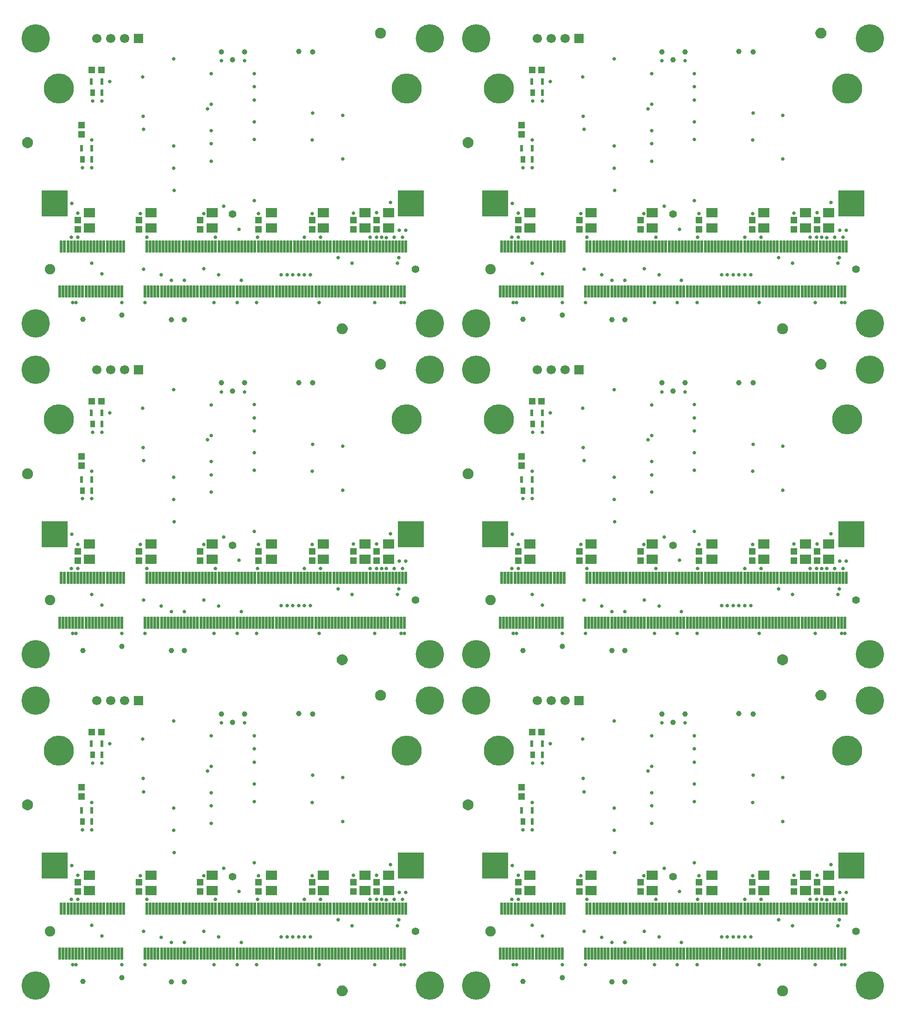
<source format=gts>
G04*
G04 #@! TF.GenerationSoftware,Altium Limited,Altium Designer,19.0.15 (446)*
G04*
G04 Layer_Color=8388736*
%FSLAX43Y43*%
%MOMM*%
G71*
G01*
G75*
%ADD15R,0.483X1.168*%
%ADD16R,0.889X1.168*%
%ADD20C,1.700*%
%ADD32R,0.550X2.200*%
%ADD33R,4.700X4.800*%
%ADD34C,1.000*%
%ADD35R,1.300X1.200*%
%ADD36R,1.200X1.300*%
%ADD37R,2.000X1.800*%
%ADD38C,5.500*%
%ADD39C,1.900*%
%ADD40C,1.400*%
%ADD41C,5.200*%
%ADD42R,1.700X1.700*%
%ADD43C,0.657*%
G36*
X157792Y178962D02*
X157974Y178886D01*
X158137Y178777D01*
X158277Y178637D01*
X158386Y178474D01*
X158462Y178292D01*
X158500Y178098D01*
X158500Y178000D01*
X158500Y177902D01*
X158462Y177708D01*
X158386Y177526D01*
X158277Y177363D01*
X158137Y177223D01*
X157974Y177114D01*
X157792Y177038D01*
X157598Y177000D01*
X157500Y177000D01*
X157401D01*
X157208Y177038D01*
X157026Y177114D01*
X156863Y177223D01*
X156723Y177363D01*
X156614Y177526D01*
X156538Y177708D01*
X156500Y177902D01*
X156500Y178000D01*
Y178000D01*
X156500Y178098D01*
X156538Y178292D01*
X156614Y178474D01*
X156723Y178637D01*
X156863Y178777D01*
X157026Y178886D01*
X157208Y178962D01*
X157402Y179000D01*
X157500Y179000D01*
X157598Y179000D01*
X157792Y178962D01*
D02*
G37*
G36*
X77292D02*
X77474Y178886D01*
X77637Y178777D01*
X77777Y178637D01*
X77886Y178474D01*
X77962Y178292D01*
X78000Y178098D01*
X78000Y178000D01*
X78000Y177902D01*
X77962Y177708D01*
X77886Y177526D01*
X77777Y177363D01*
X77637Y177223D01*
X77474Y177114D01*
X77292Y177038D01*
X77098Y177000D01*
X77000Y177000D01*
X76901D01*
X76708Y177038D01*
X76526Y177114D01*
X76363Y177223D01*
X76223Y177363D01*
X76114Y177526D01*
X76038Y177708D01*
X76000Y177902D01*
X76000Y178000D01*
Y178000D01*
X76000Y178098D01*
X76038Y178292D01*
X76114Y178474D01*
X76223Y178637D01*
X76363Y178777D01*
X76526Y178886D01*
X76708Y178962D01*
X76901Y179000D01*
X77000Y179000D01*
X77098Y179000D01*
X77292Y178962D01*
D02*
G37*
G36*
X93292Y158962D02*
X93474Y158886D01*
X93637Y158777D01*
X93777Y158637D01*
X93886Y158474D01*
X93962Y158292D01*
X94000Y158098D01*
X94000Y158000D01*
X94000Y157902D01*
X93962Y157708D01*
X93886Y157526D01*
X93777Y157363D01*
X93637Y157223D01*
X93474Y157114D01*
X93292Y157038D01*
X93098Y157000D01*
X93000Y157000D01*
X92901D01*
X92708Y157038D01*
X92526Y157114D01*
X92363Y157223D01*
X92223Y157363D01*
X92114Y157526D01*
X92038Y157708D01*
X92000Y157902D01*
X92000Y158000D01*
Y158000D01*
X92000Y158098D01*
X92038Y158292D01*
X92114Y158474D01*
X92223Y158637D01*
X92363Y158777D01*
X92526Y158886D01*
X92708Y158962D01*
X92901Y159000D01*
X93000Y159000D01*
X93098Y159000D01*
X93292Y158962D01*
D02*
G37*
G36*
X12792D02*
X12974Y158886D01*
X13137Y158777D01*
X13277Y158637D01*
X13386Y158474D01*
X13462Y158292D01*
X13500Y158098D01*
X13500Y158000D01*
X13500Y157902D01*
X13462Y157708D01*
X13386Y157526D01*
X13277Y157363D01*
X13137Y157223D01*
X12974Y157114D01*
X12792Y157038D01*
X12598Y157000D01*
X12500Y157000D01*
X12401D01*
X12208Y157038D01*
X12026Y157114D01*
X11863Y157223D01*
X11723Y157363D01*
X11614Y157526D01*
X11538Y157708D01*
X11500Y157902D01*
X11500Y158000D01*
Y158000D01*
X11500Y158098D01*
X11538Y158292D01*
X11614Y158474D01*
X11723Y158637D01*
X11863Y158777D01*
X12026Y158886D01*
X12208Y158962D01*
X12401Y159000D01*
X12500Y159000D01*
X12598Y159000D01*
X12792Y158962D01*
D02*
G37*
G36*
X150792Y124962D02*
X150974Y124886D01*
X151137Y124777D01*
X151277Y124637D01*
X151386Y124474D01*
X151462Y124292D01*
X151500Y124098D01*
X151500Y124000D01*
X151500Y123901D01*
X151462Y123708D01*
X151386Y123526D01*
X151277Y123363D01*
X151137Y123223D01*
X150974Y123114D01*
X150792Y123038D01*
X150598Y123000D01*
X150500Y123000D01*
X150401D01*
X150208Y123038D01*
X150026Y123114D01*
X149863Y123223D01*
X149723Y123363D01*
X149614Y123526D01*
X149538Y123708D01*
X149500Y123901D01*
X149500Y124000D01*
Y124000D01*
X149500Y124098D01*
X149538Y124292D01*
X149614Y124474D01*
X149723Y124637D01*
X149863Y124777D01*
X150026Y124886D01*
X150208Y124962D01*
X150402Y125000D01*
X150500Y125000D01*
X150598Y125000D01*
X150792Y124962D01*
D02*
G37*
G36*
X70292D02*
X70474Y124886D01*
X70637Y124777D01*
X70777Y124637D01*
X70886Y124474D01*
X70962Y124292D01*
X71000Y124098D01*
X71000Y124000D01*
X71000Y123901D01*
X70962Y123708D01*
X70886Y123526D01*
X70777Y123363D01*
X70637Y123223D01*
X70474Y123114D01*
X70292Y123038D01*
X70098Y123000D01*
X70000Y123000D01*
X69901D01*
X69708Y123038D01*
X69526Y123114D01*
X69363Y123223D01*
X69223Y123363D01*
X69114Y123526D01*
X69038Y123708D01*
X69000Y123901D01*
X69000Y124000D01*
Y124000D01*
X69000Y124098D01*
X69038Y124292D01*
X69114Y124474D01*
X69223Y124637D01*
X69363Y124777D01*
X69526Y124886D01*
X69708Y124962D01*
X69901Y125000D01*
X70000Y125000D01*
X70098Y125000D01*
X70292Y124962D01*
D02*
G37*
G36*
X157792Y118462D02*
X157974Y118386D01*
X158137Y118277D01*
X158277Y118137D01*
X158386Y117974D01*
X158462Y117792D01*
X158500Y117598D01*
X158500Y117500D01*
X158500Y117401D01*
X158462Y117208D01*
X158386Y117026D01*
X158277Y116863D01*
X158137Y116723D01*
X157974Y116614D01*
X157792Y116538D01*
X157598Y116500D01*
X157500Y116500D01*
X157401D01*
X157208Y116538D01*
X157026Y116614D01*
X156863Y116723D01*
X156723Y116863D01*
X156614Y117026D01*
X156538Y117208D01*
X156500Y117401D01*
X156500Y117500D01*
Y117500D01*
X156500Y117598D01*
X156538Y117792D01*
X156614Y117974D01*
X156723Y118137D01*
X156863Y118277D01*
X157026Y118386D01*
X157208Y118462D01*
X157402Y118500D01*
X157500Y118500D01*
X157598Y118500D01*
X157792Y118462D01*
D02*
G37*
G36*
X77292D02*
X77474Y118386D01*
X77637Y118277D01*
X77777Y118137D01*
X77886Y117974D01*
X77962Y117792D01*
X78000Y117598D01*
X78000Y117500D01*
X78000Y117401D01*
X77962Y117208D01*
X77886Y117026D01*
X77777Y116863D01*
X77637Y116723D01*
X77474Y116614D01*
X77292Y116538D01*
X77098Y116500D01*
X77000Y116500D01*
X76901D01*
X76708Y116538D01*
X76526Y116614D01*
X76363Y116723D01*
X76223Y116863D01*
X76114Y117026D01*
X76038Y117208D01*
X76000Y117401D01*
X76000Y117500D01*
Y117500D01*
X76000Y117598D01*
X76038Y117792D01*
X76114Y117974D01*
X76223Y118137D01*
X76363Y118277D01*
X76526Y118386D01*
X76708Y118462D01*
X76901Y118500D01*
X77000Y118500D01*
X77098Y118500D01*
X77292Y118462D01*
D02*
G37*
G36*
X93292Y98462D02*
X93474Y98386D01*
X93637Y98277D01*
X93777Y98137D01*
X93886Y97974D01*
X93962Y97792D01*
X94000Y97598D01*
X94000Y97500D01*
X94000Y97401D01*
X93962Y97208D01*
X93886Y97026D01*
X93777Y96863D01*
X93637Y96723D01*
X93474Y96614D01*
X93292Y96538D01*
X93098Y96500D01*
X93000Y96500D01*
X92901D01*
X92708Y96538D01*
X92526Y96614D01*
X92363Y96723D01*
X92223Y96863D01*
X92114Y97026D01*
X92038Y97208D01*
X92000Y97401D01*
X92000Y97500D01*
Y97500D01*
X92000Y97598D01*
X92038Y97792D01*
X92114Y97974D01*
X92223Y98137D01*
X92363Y98277D01*
X92526Y98386D01*
X92708Y98462D01*
X92901Y98500D01*
X93000Y98500D01*
X93098Y98500D01*
X93292Y98462D01*
D02*
G37*
G36*
X12792D02*
X12974Y98386D01*
X13137Y98277D01*
X13277Y98137D01*
X13386Y97974D01*
X13462Y97792D01*
X13500Y97598D01*
X13500Y97500D01*
X13500Y97401D01*
X13462Y97208D01*
X13386Y97026D01*
X13277Y96863D01*
X13137Y96723D01*
X12974Y96614D01*
X12792Y96538D01*
X12598Y96500D01*
X12500Y96500D01*
X12401D01*
X12208Y96538D01*
X12026Y96614D01*
X11863Y96723D01*
X11723Y96863D01*
X11614Y97026D01*
X11538Y97208D01*
X11500Y97401D01*
X11500Y97500D01*
Y97500D01*
X11500Y97598D01*
X11538Y97792D01*
X11614Y97974D01*
X11723Y98137D01*
X11863Y98277D01*
X12026Y98386D01*
X12208Y98462D01*
X12401Y98500D01*
X12500Y98500D01*
X12598Y98500D01*
X12792Y98462D01*
D02*
G37*
G36*
X150792Y64462D02*
X150974Y64386D01*
X151137Y64277D01*
X151277Y64137D01*
X151386Y63974D01*
X151462Y63792D01*
X151500Y63598D01*
X151500Y63500D01*
X151500Y63402D01*
X151462Y63208D01*
X151386Y63026D01*
X151277Y62862D01*
X151137Y62723D01*
X150974Y62614D01*
X150792Y62538D01*
X150598Y62500D01*
X150500Y62500D01*
X150401D01*
X150208Y62538D01*
X150026Y62614D01*
X149863Y62723D01*
X149723Y62863D01*
X149614Y63026D01*
X149538Y63208D01*
X149500Y63402D01*
X149500Y63500D01*
Y63500D01*
X149500Y63598D01*
X149538Y63792D01*
X149614Y63974D01*
X149723Y64137D01*
X149863Y64277D01*
X150026Y64386D01*
X150208Y64462D01*
X150402Y64500D01*
X150500Y64500D01*
X150598Y64500D01*
X150792Y64462D01*
D02*
G37*
G36*
X70292D02*
X70474Y64386D01*
X70637Y64277D01*
X70777Y64137D01*
X70886Y63974D01*
X70962Y63792D01*
X71000Y63598D01*
X71000Y63500D01*
X71000Y63402D01*
X70962Y63208D01*
X70886Y63026D01*
X70777Y62862D01*
X70637Y62723D01*
X70474Y62614D01*
X70292Y62538D01*
X70098Y62500D01*
X70000Y62500D01*
X69901D01*
X69708Y62538D01*
X69526Y62614D01*
X69363Y62723D01*
X69223Y62863D01*
X69114Y63026D01*
X69038Y63208D01*
X69000Y63402D01*
X69000Y63500D01*
Y63500D01*
X69000Y63598D01*
X69038Y63792D01*
X69114Y63974D01*
X69223Y64137D01*
X69363Y64277D01*
X69526Y64386D01*
X69708Y64462D01*
X69901Y64500D01*
X70000Y64500D01*
X70098Y64500D01*
X70292Y64462D01*
D02*
G37*
G36*
X157792Y57962D02*
X157974Y57886D01*
X158137Y57777D01*
X158277Y57637D01*
X158386Y57474D01*
X158462Y57292D01*
X158500Y57098D01*
X158500Y57000D01*
X158500Y56902D01*
X158462Y56708D01*
X158386Y56526D01*
X158277Y56362D01*
X158137Y56223D01*
X157974Y56114D01*
X157792Y56038D01*
X157598Y56000D01*
X157500Y56000D01*
X157401D01*
X157208Y56038D01*
X157026Y56114D01*
X156863Y56223D01*
X156723Y56363D01*
X156614Y56526D01*
X156538Y56708D01*
X156500Y56902D01*
X156500Y57000D01*
Y57000D01*
X156500Y57098D01*
X156538Y57292D01*
X156614Y57474D01*
X156723Y57637D01*
X156863Y57777D01*
X157026Y57886D01*
X157208Y57962D01*
X157402Y58000D01*
X157500Y58000D01*
X157598Y58000D01*
X157792Y57962D01*
D02*
G37*
G36*
X77292D02*
X77474Y57886D01*
X77637Y57777D01*
X77777Y57637D01*
X77886Y57474D01*
X77962Y57292D01*
X78000Y57098D01*
X78000Y57000D01*
X78000Y56902D01*
X77962Y56708D01*
X77886Y56526D01*
X77777Y56362D01*
X77637Y56223D01*
X77474Y56114D01*
X77292Y56038D01*
X77098Y56000D01*
X77000Y56000D01*
X76901D01*
X76708Y56038D01*
X76526Y56114D01*
X76363Y56223D01*
X76223Y56363D01*
X76114Y56526D01*
X76038Y56708D01*
X76000Y56902D01*
X76000Y57000D01*
Y57000D01*
X76000Y57098D01*
X76038Y57292D01*
X76114Y57474D01*
X76223Y57637D01*
X76363Y57777D01*
X76526Y57886D01*
X76708Y57962D01*
X76901Y58000D01*
X77000Y58000D01*
X77098Y58000D01*
X77292Y57962D01*
D02*
G37*
G36*
X93292Y37962D02*
X93474Y37886D01*
X93637Y37777D01*
X93777Y37637D01*
X93886Y37474D01*
X93962Y37292D01*
X94000Y37098D01*
X94000Y37000D01*
X94000Y36902D01*
X93962Y36708D01*
X93886Y36526D01*
X93777Y36362D01*
X93637Y36223D01*
X93474Y36114D01*
X93292Y36038D01*
X93098Y36000D01*
X93000Y36000D01*
X92901D01*
X92708Y36038D01*
X92526Y36114D01*
X92363Y36223D01*
X92223Y36363D01*
X92114Y36526D01*
X92038Y36708D01*
X92000Y36902D01*
X92000Y37000D01*
Y37000D01*
X92000Y37098D01*
X92038Y37292D01*
X92114Y37474D01*
X92223Y37637D01*
X92363Y37777D01*
X92526Y37886D01*
X92708Y37962D01*
X92901Y38000D01*
X93000Y38000D01*
X93098Y38000D01*
X93292Y37962D01*
D02*
G37*
G36*
X12792D02*
X12974Y37886D01*
X13137Y37777D01*
X13277Y37637D01*
X13386Y37474D01*
X13462Y37292D01*
X13500Y37098D01*
X13500Y37000D01*
X13500Y36902D01*
X13462Y36708D01*
X13386Y36526D01*
X13277Y36362D01*
X13137Y36223D01*
X12974Y36114D01*
X12792Y36038D01*
X12598Y36000D01*
X12500Y36000D01*
X12401D01*
X12208Y36038D01*
X12026Y36114D01*
X11863Y36223D01*
X11723Y36363D01*
X11614Y36526D01*
X11538Y36708D01*
X11500Y36902D01*
X11500Y37000D01*
Y37000D01*
X11500Y37098D01*
X11538Y37292D01*
X11614Y37474D01*
X11723Y37637D01*
X11863Y37777D01*
X12026Y37886D01*
X12208Y37962D01*
X12401Y38000D01*
X12500Y38000D01*
X12598Y38000D01*
X12792Y37962D01*
D02*
G37*
G36*
X150792Y3962D02*
X150974Y3886D01*
X151137Y3777D01*
X151277Y3637D01*
X151386Y3474D01*
X151462Y3292D01*
X151500Y3098D01*
X151500Y3000D01*
X151500Y2901D01*
X151462Y2708D01*
X151386Y2526D01*
X151277Y2362D01*
X151137Y2223D01*
X150974Y2114D01*
X150792Y2038D01*
X150598Y2000D01*
X150500Y2000D01*
X150401D01*
X150208Y2038D01*
X150026Y2114D01*
X149863Y2223D01*
X149723Y2363D01*
X149614Y2526D01*
X149538Y2708D01*
X149500Y2901D01*
X149500Y3000D01*
Y3000D01*
X149500Y3098D01*
X149538Y3292D01*
X149614Y3474D01*
X149723Y3637D01*
X149863Y3777D01*
X150026Y3886D01*
X150208Y3962D01*
X150402Y4000D01*
X150500Y4000D01*
X150598Y4000D01*
X150792Y3962D01*
D02*
G37*
G36*
X70292D02*
X70474Y3886D01*
X70637Y3777D01*
X70777Y3637D01*
X70886Y3474D01*
X70962Y3292D01*
X71000Y3098D01*
X71000Y3000D01*
X71000Y2901D01*
X70962Y2708D01*
X70886Y2526D01*
X70777Y2362D01*
X70637Y2223D01*
X70474Y2114D01*
X70292Y2038D01*
X70098Y2000D01*
X70000Y2000D01*
X69901D01*
X69708Y2038D01*
X69526Y2114D01*
X69363Y2223D01*
X69223Y2363D01*
X69114Y2526D01*
X69038Y2708D01*
X69000Y2901D01*
X69000Y3000D01*
Y3000D01*
X69000Y3098D01*
X69038Y3292D01*
X69114Y3474D01*
X69223Y3637D01*
X69363Y3777D01*
X69526Y3886D01*
X69708Y3962D01*
X69901Y4000D01*
X70000Y4000D01*
X70098Y4000D01*
X70292Y3962D01*
D02*
G37*
D15*
X24160Y48128D02*
D03*
X26060D02*
D03*
Y46096D02*
D03*
X22324Y35953D02*
D03*
X24224D02*
D03*
Y33921D02*
D03*
X104660Y48128D02*
D03*
X106560D02*
D03*
Y46096D02*
D03*
X102824Y35953D02*
D03*
X104724D02*
D03*
Y33921D02*
D03*
X24160Y108628D02*
D03*
X26060D02*
D03*
Y106596D02*
D03*
X22324Y96453D02*
D03*
X24224D02*
D03*
Y94421D02*
D03*
X104660Y108628D02*
D03*
X106560D02*
D03*
Y106596D02*
D03*
X102824Y96453D02*
D03*
X104724D02*
D03*
Y94421D02*
D03*
X24160Y169128D02*
D03*
X26060D02*
D03*
Y167096D02*
D03*
X22324Y156953D02*
D03*
X24224D02*
D03*
Y154921D02*
D03*
X104660Y169128D02*
D03*
X106560D02*
D03*
Y167096D02*
D03*
X102824Y156953D02*
D03*
X104724D02*
D03*
Y154921D02*
D03*
D16*
X24363Y46096D02*
D03*
X22527Y33921D02*
D03*
X104863Y46096D02*
D03*
X103027Y33921D02*
D03*
X24363Y106596D02*
D03*
X22527Y94421D02*
D03*
X104863Y106596D02*
D03*
X103027Y94421D02*
D03*
X24363Y167096D02*
D03*
X22527Y154921D02*
D03*
X104863Y167096D02*
D03*
X103027Y154921D02*
D03*
D20*
X30272Y56000D02*
D03*
X27732D02*
D03*
X25192D02*
D03*
X110772D02*
D03*
X108232D02*
D03*
X105692D02*
D03*
X30272Y116500D02*
D03*
X27732D02*
D03*
X25192D02*
D03*
X110772D02*
D03*
X108232D02*
D03*
X105692D02*
D03*
X30272Y177000D02*
D03*
X27732D02*
D03*
X25192D02*
D03*
X110772D02*
D03*
X108232D02*
D03*
X105692D02*
D03*
D32*
X18364Y9805D02*
D03*
X18664Y18005D02*
D03*
X18964Y9805D02*
D03*
X19264Y18005D02*
D03*
X19564Y9805D02*
D03*
X19864Y18005D02*
D03*
X20164Y9805D02*
D03*
X20464Y18005D02*
D03*
X20764Y9805D02*
D03*
X21064Y18005D02*
D03*
X21364Y9805D02*
D03*
X21664Y18005D02*
D03*
X21964Y9805D02*
D03*
X22264Y18005D02*
D03*
X22564Y9805D02*
D03*
X22864Y18005D02*
D03*
X23164Y9805D02*
D03*
X23464Y18005D02*
D03*
X23764Y9805D02*
D03*
X24064Y18005D02*
D03*
X24364Y9805D02*
D03*
X24664Y18005D02*
D03*
X24964Y9805D02*
D03*
X25264Y18005D02*
D03*
X25564Y9805D02*
D03*
X25864Y18005D02*
D03*
X26164Y9805D02*
D03*
X26464Y18005D02*
D03*
X26764Y9805D02*
D03*
X27064Y18005D02*
D03*
X27364Y9805D02*
D03*
X27664Y18005D02*
D03*
X27964Y9805D02*
D03*
X28264Y18005D02*
D03*
X28564Y9805D02*
D03*
X28864Y18005D02*
D03*
X29164Y9805D02*
D03*
X29464Y18005D02*
D03*
X29764Y9805D02*
D03*
X30064Y18005D02*
D03*
X33964Y9805D02*
D03*
X34264Y18005D02*
D03*
X34564Y9805D02*
D03*
X34864Y18005D02*
D03*
X35164Y9805D02*
D03*
X35464Y18005D02*
D03*
X35764Y9805D02*
D03*
X36064Y18005D02*
D03*
X36364Y9805D02*
D03*
X36664Y18005D02*
D03*
X36964Y9805D02*
D03*
X37264Y18005D02*
D03*
X37564Y9805D02*
D03*
X37864Y18005D02*
D03*
X38164Y9805D02*
D03*
X38464Y18005D02*
D03*
X38764Y9805D02*
D03*
X39064Y18005D02*
D03*
X39364Y9805D02*
D03*
X39664Y18005D02*
D03*
X39964Y9805D02*
D03*
X40264Y18005D02*
D03*
X40564Y9805D02*
D03*
X40864Y18005D02*
D03*
X41164Y9805D02*
D03*
X41464Y18005D02*
D03*
X41764Y9805D02*
D03*
X42064Y18005D02*
D03*
X42364Y9805D02*
D03*
X42664Y18005D02*
D03*
X42964Y9805D02*
D03*
X43264Y18005D02*
D03*
X43564Y9805D02*
D03*
X43864Y18005D02*
D03*
X44164Y9805D02*
D03*
X44464Y18005D02*
D03*
X44764Y9805D02*
D03*
X45064Y18005D02*
D03*
X45364Y9805D02*
D03*
X45664Y18005D02*
D03*
X45964Y9805D02*
D03*
X46264Y18005D02*
D03*
X46564Y9805D02*
D03*
X46864Y18005D02*
D03*
X47164Y9805D02*
D03*
X47464Y18005D02*
D03*
X47764Y9805D02*
D03*
X48064Y18005D02*
D03*
X48364Y9805D02*
D03*
X48664Y18005D02*
D03*
X48964Y9805D02*
D03*
X49264Y18005D02*
D03*
X49564Y9805D02*
D03*
X49864Y18005D02*
D03*
X50164Y9805D02*
D03*
X50464Y18005D02*
D03*
X50764Y9805D02*
D03*
X51064Y18005D02*
D03*
X51364Y9805D02*
D03*
X51664Y18005D02*
D03*
X51964Y9805D02*
D03*
X52264Y18005D02*
D03*
X52564Y9805D02*
D03*
X52864Y18005D02*
D03*
X53164Y9805D02*
D03*
X53464Y18005D02*
D03*
X53764Y9805D02*
D03*
X54064Y18005D02*
D03*
X54364Y9805D02*
D03*
X54664Y18005D02*
D03*
X54964Y9805D02*
D03*
X55264Y18005D02*
D03*
X55564Y9805D02*
D03*
X55864Y18005D02*
D03*
X56164Y9805D02*
D03*
X56464Y18005D02*
D03*
X56764Y9805D02*
D03*
X57064Y18005D02*
D03*
X57364Y9805D02*
D03*
X57664Y18005D02*
D03*
X57964Y9805D02*
D03*
X58264Y18005D02*
D03*
X58564Y9805D02*
D03*
X58864Y18005D02*
D03*
X59164Y9805D02*
D03*
X59464Y18005D02*
D03*
X59764Y9805D02*
D03*
X60064Y18005D02*
D03*
X60364Y9805D02*
D03*
X60664Y18005D02*
D03*
X60964Y9805D02*
D03*
X61264Y18005D02*
D03*
X61564Y9805D02*
D03*
X61864Y18005D02*
D03*
X62164Y9805D02*
D03*
X62464Y18005D02*
D03*
X62764Y9805D02*
D03*
X63064Y18005D02*
D03*
X63364Y9805D02*
D03*
X63664Y18005D02*
D03*
X63964Y9805D02*
D03*
X64264Y18005D02*
D03*
X64564Y9805D02*
D03*
X64864Y18005D02*
D03*
X65164Y9805D02*
D03*
X65464Y18005D02*
D03*
X65764Y9805D02*
D03*
X66064Y18005D02*
D03*
X66364Y9805D02*
D03*
X66664Y18005D02*
D03*
X66964Y9805D02*
D03*
X67264Y18005D02*
D03*
X67564Y9805D02*
D03*
X67864Y18005D02*
D03*
X68164Y9805D02*
D03*
X68464Y18005D02*
D03*
X68764Y9805D02*
D03*
X69064Y18005D02*
D03*
X69364Y9805D02*
D03*
X69664Y18005D02*
D03*
X69964Y9805D02*
D03*
X70264Y18005D02*
D03*
X70564Y9805D02*
D03*
X70864Y18005D02*
D03*
X71164Y9805D02*
D03*
X71464Y18005D02*
D03*
X71764Y9805D02*
D03*
X72064Y18005D02*
D03*
X72364Y9805D02*
D03*
X72664Y18005D02*
D03*
X72964Y9805D02*
D03*
X73264Y18005D02*
D03*
X73564Y9805D02*
D03*
X73864Y18005D02*
D03*
X74164Y9805D02*
D03*
X74464Y18005D02*
D03*
X74764Y9805D02*
D03*
X75064Y18005D02*
D03*
X75364Y9805D02*
D03*
X75664Y18005D02*
D03*
X75964Y9805D02*
D03*
X76264Y18005D02*
D03*
X76564Y9805D02*
D03*
X76864Y18005D02*
D03*
X77164Y9805D02*
D03*
X77464Y18005D02*
D03*
X77764Y9805D02*
D03*
X78064Y18005D02*
D03*
X78364Y9805D02*
D03*
X78664Y18005D02*
D03*
X78964Y9805D02*
D03*
X79264Y18005D02*
D03*
X79564Y9805D02*
D03*
X79864Y18005D02*
D03*
X80164Y9805D02*
D03*
X80464Y18005D02*
D03*
X80764Y9805D02*
D03*
X81064Y18005D02*
D03*
X81364Y9805D02*
D03*
X81664Y18005D02*
D03*
X98864Y9805D02*
D03*
X99164Y18005D02*
D03*
X99464Y9805D02*
D03*
X99764Y18005D02*
D03*
X100064Y9805D02*
D03*
X100364Y18005D02*
D03*
X100664Y9805D02*
D03*
X100964Y18005D02*
D03*
X101264Y9805D02*
D03*
X101564Y18005D02*
D03*
X101864Y9805D02*
D03*
X102164Y18005D02*
D03*
X102464Y9805D02*
D03*
X102764Y18005D02*
D03*
X103064Y9805D02*
D03*
X103364Y18005D02*
D03*
X103664Y9805D02*
D03*
X103964Y18005D02*
D03*
X104264Y9805D02*
D03*
X104564Y18005D02*
D03*
X104864Y9805D02*
D03*
X105164Y18005D02*
D03*
X105464Y9805D02*
D03*
X105764Y18005D02*
D03*
X106064Y9805D02*
D03*
X106364Y18005D02*
D03*
X106664Y9805D02*
D03*
X106964Y18005D02*
D03*
X107264Y9805D02*
D03*
X107564Y18005D02*
D03*
X107864Y9805D02*
D03*
X108164Y18005D02*
D03*
X108464Y9805D02*
D03*
X108764Y18005D02*
D03*
X109064Y9805D02*
D03*
X109364Y18005D02*
D03*
X109664Y9805D02*
D03*
X109964Y18005D02*
D03*
X110264Y9805D02*
D03*
X110564Y18005D02*
D03*
X114464Y9805D02*
D03*
X114764Y18005D02*
D03*
X115064Y9805D02*
D03*
X115364Y18005D02*
D03*
X115664Y9805D02*
D03*
X115964Y18005D02*
D03*
X116264Y9805D02*
D03*
X116564Y18005D02*
D03*
X116864Y9805D02*
D03*
X117164Y18005D02*
D03*
X117464Y9805D02*
D03*
X117764Y18005D02*
D03*
X118064Y9805D02*
D03*
X118364Y18005D02*
D03*
X118664Y9805D02*
D03*
X118964Y18005D02*
D03*
X119264Y9805D02*
D03*
X119564Y18005D02*
D03*
X119864Y9805D02*
D03*
X120164Y18005D02*
D03*
X120464Y9805D02*
D03*
X120764Y18005D02*
D03*
X121064Y9805D02*
D03*
X121364Y18005D02*
D03*
X121664Y9805D02*
D03*
X121964Y18005D02*
D03*
X122264Y9805D02*
D03*
X122564Y18005D02*
D03*
X122864Y9805D02*
D03*
X123164Y18005D02*
D03*
X123464Y9805D02*
D03*
X123764Y18005D02*
D03*
X124064Y9805D02*
D03*
X124364Y18005D02*
D03*
X124664Y9805D02*
D03*
X124964Y18005D02*
D03*
X125264Y9805D02*
D03*
X125564Y18005D02*
D03*
X125864Y9805D02*
D03*
X126164Y18005D02*
D03*
X126464Y9805D02*
D03*
X126764Y18005D02*
D03*
X127064Y9805D02*
D03*
X127364Y18005D02*
D03*
X127664Y9805D02*
D03*
X127964Y18005D02*
D03*
X128264Y9805D02*
D03*
X128564Y18005D02*
D03*
X128864Y9805D02*
D03*
X129164Y18005D02*
D03*
X129464Y9805D02*
D03*
X129764Y18005D02*
D03*
X130064Y9805D02*
D03*
X130364Y18005D02*
D03*
X130664Y9805D02*
D03*
X130964Y18005D02*
D03*
X131264Y9805D02*
D03*
X131564Y18005D02*
D03*
X131864Y9805D02*
D03*
X132164Y18005D02*
D03*
X132464Y9805D02*
D03*
X132764Y18005D02*
D03*
X133064Y9805D02*
D03*
X133364Y18005D02*
D03*
X133664Y9805D02*
D03*
X133964Y18005D02*
D03*
X134264Y9805D02*
D03*
X134564Y18005D02*
D03*
X134864Y9805D02*
D03*
X135164Y18005D02*
D03*
X135464Y9805D02*
D03*
X135764Y18005D02*
D03*
X136064Y9805D02*
D03*
X136364Y18005D02*
D03*
X136664Y9805D02*
D03*
X136964Y18005D02*
D03*
X137264Y9805D02*
D03*
X137564Y18005D02*
D03*
X137864Y9805D02*
D03*
X138164Y18005D02*
D03*
X138464Y9805D02*
D03*
X138764Y18005D02*
D03*
X139064Y9805D02*
D03*
X139364Y18005D02*
D03*
X139664Y9805D02*
D03*
X139964Y18005D02*
D03*
X140264Y9805D02*
D03*
X140564Y18005D02*
D03*
X140864Y9805D02*
D03*
X141164Y18005D02*
D03*
X141464Y9805D02*
D03*
X141764Y18005D02*
D03*
X142064Y9805D02*
D03*
X142364Y18005D02*
D03*
X142664Y9805D02*
D03*
X142964Y18005D02*
D03*
X143264Y9805D02*
D03*
X143564Y18005D02*
D03*
X143864Y9805D02*
D03*
X144164Y18005D02*
D03*
X144464Y9805D02*
D03*
X144764Y18005D02*
D03*
X145064Y9805D02*
D03*
X145364Y18005D02*
D03*
X145664Y9805D02*
D03*
X145964Y18005D02*
D03*
X146264Y9805D02*
D03*
X146564Y18005D02*
D03*
X146864Y9805D02*
D03*
X147164Y18005D02*
D03*
X147464Y9805D02*
D03*
X147764Y18005D02*
D03*
X148064Y9805D02*
D03*
X148364Y18005D02*
D03*
X148664Y9805D02*
D03*
X148964Y18005D02*
D03*
X149264Y9805D02*
D03*
X149564Y18005D02*
D03*
X149864Y9805D02*
D03*
X150164Y18005D02*
D03*
X150464Y9805D02*
D03*
X150764Y18005D02*
D03*
X151064Y9805D02*
D03*
X151364Y18005D02*
D03*
X151664Y9805D02*
D03*
X151964Y18005D02*
D03*
X152264Y9805D02*
D03*
X152564Y18005D02*
D03*
X152864Y9805D02*
D03*
X153164Y18005D02*
D03*
X153464Y9805D02*
D03*
X153764Y18005D02*
D03*
X154064Y9805D02*
D03*
X154364Y18005D02*
D03*
X154664Y9805D02*
D03*
X154964Y18005D02*
D03*
X155264Y9805D02*
D03*
X155564Y18005D02*
D03*
X155864Y9805D02*
D03*
X156164Y18005D02*
D03*
X156464Y9805D02*
D03*
X156764Y18005D02*
D03*
X157064Y9805D02*
D03*
X157364Y18005D02*
D03*
X157664Y9805D02*
D03*
X157964Y18005D02*
D03*
X158264Y9805D02*
D03*
X158564Y18005D02*
D03*
X158864Y9805D02*
D03*
X159164Y18005D02*
D03*
X159464Y9805D02*
D03*
X159764Y18005D02*
D03*
X160064Y9805D02*
D03*
X160364Y18005D02*
D03*
X160664Y9805D02*
D03*
X160964Y18005D02*
D03*
X161264Y9805D02*
D03*
X161564Y18005D02*
D03*
X161864Y9805D02*
D03*
X162164Y18005D02*
D03*
X18364Y70305D02*
D03*
X18664Y78505D02*
D03*
X18964Y70305D02*
D03*
X19264Y78505D02*
D03*
X19564Y70305D02*
D03*
X19864Y78505D02*
D03*
X20164Y70305D02*
D03*
X20464Y78505D02*
D03*
X20764Y70305D02*
D03*
X21064Y78505D02*
D03*
X21364Y70305D02*
D03*
X21664Y78505D02*
D03*
X21964Y70305D02*
D03*
X22264Y78505D02*
D03*
X22564Y70305D02*
D03*
X22864Y78505D02*
D03*
X23164Y70305D02*
D03*
X23464Y78505D02*
D03*
X23764Y70305D02*
D03*
X24064Y78505D02*
D03*
X24364Y70305D02*
D03*
X24664Y78505D02*
D03*
X24964Y70305D02*
D03*
X25264Y78505D02*
D03*
X25564Y70305D02*
D03*
X25864Y78505D02*
D03*
X26164Y70305D02*
D03*
X26464Y78505D02*
D03*
X26764Y70305D02*
D03*
X27064Y78505D02*
D03*
X27364Y70305D02*
D03*
X27664Y78505D02*
D03*
X27964Y70305D02*
D03*
X28264Y78505D02*
D03*
X28564Y70305D02*
D03*
X28864Y78505D02*
D03*
X29164Y70305D02*
D03*
X29464Y78505D02*
D03*
X29764Y70305D02*
D03*
X30064Y78505D02*
D03*
X33964Y70305D02*
D03*
X34264Y78505D02*
D03*
X34564Y70305D02*
D03*
X34864Y78505D02*
D03*
X35164Y70305D02*
D03*
X35464Y78505D02*
D03*
X35764Y70305D02*
D03*
X36064Y78505D02*
D03*
X36364Y70305D02*
D03*
X36664Y78505D02*
D03*
X36964Y70305D02*
D03*
X37264Y78505D02*
D03*
X37564Y70305D02*
D03*
X37864Y78505D02*
D03*
X38164Y70305D02*
D03*
X38464Y78505D02*
D03*
X38764Y70305D02*
D03*
X39064Y78505D02*
D03*
X39364Y70305D02*
D03*
X39664Y78505D02*
D03*
X39964Y70305D02*
D03*
X40264Y78505D02*
D03*
X40564Y70305D02*
D03*
X40864Y78505D02*
D03*
X41164Y70305D02*
D03*
X41464Y78505D02*
D03*
X41764Y70305D02*
D03*
X42064Y78505D02*
D03*
X42364Y70305D02*
D03*
X42664Y78505D02*
D03*
X42964Y70305D02*
D03*
X43264Y78505D02*
D03*
X43564Y70305D02*
D03*
X43864Y78505D02*
D03*
X44164Y70305D02*
D03*
X44464Y78505D02*
D03*
X44764Y70305D02*
D03*
X45064Y78505D02*
D03*
X45364Y70305D02*
D03*
X45664Y78505D02*
D03*
X45964Y70305D02*
D03*
X46264Y78505D02*
D03*
X46564Y70305D02*
D03*
X46864Y78505D02*
D03*
X47164Y70305D02*
D03*
X47464Y78505D02*
D03*
X47764Y70305D02*
D03*
X48064Y78505D02*
D03*
X48364Y70305D02*
D03*
X48664Y78505D02*
D03*
X48964Y70305D02*
D03*
X49264Y78505D02*
D03*
X49564Y70305D02*
D03*
X49864Y78505D02*
D03*
X50164Y70305D02*
D03*
X50464Y78505D02*
D03*
X50764Y70305D02*
D03*
X51064Y78505D02*
D03*
X51364Y70305D02*
D03*
X51664Y78505D02*
D03*
X51964Y70305D02*
D03*
X52264Y78505D02*
D03*
X52564Y70305D02*
D03*
X52864Y78505D02*
D03*
X53164Y70305D02*
D03*
X53464Y78505D02*
D03*
X53764Y70305D02*
D03*
X54064Y78505D02*
D03*
X54364Y70305D02*
D03*
X54664Y78505D02*
D03*
X54964Y70305D02*
D03*
X55264Y78505D02*
D03*
X55564Y70305D02*
D03*
X55864Y78505D02*
D03*
X56164Y70305D02*
D03*
X56464Y78505D02*
D03*
X56764Y70305D02*
D03*
X57064Y78505D02*
D03*
X57364Y70305D02*
D03*
X57664Y78505D02*
D03*
X57964Y70305D02*
D03*
X58264Y78505D02*
D03*
X58564Y70305D02*
D03*
X58864Y78505D02*
D03*
X59164Y70305D02*
D03*
X59464Y78505D02*
D03*
X59764Y70305D02*
D03*
X60064Y78505D02*
D03*
X60364Y70305D02*
D03*
X60664Y78505D02*
D03*
X60964Y70305D02*
D03*
X61264Y78505D02*
D03*
X61564Y70305D02*
D03*
X61864Y78505D02*
D03*
X62164Y70305D02*
D03*
X62464Y78505D02*
D03*
X62764Y70305D02*
D03*
X63064Y78505D02*
D03*
X63364Y70305D02*
D03*
X63664Y78505D02*
D03*
X63964Y70305D02*
D03*
X64264Y78505D02*
D03*
X64564Y70305D02*
D03*
X64864Y78505D02*
D03*
X65164Y70305D02*
D03*
X65464Y78505D02*
D03*
X65764Y70305D02*
D03*
X66064Y78505D02*
D03*
X66364Y70305D02*
D03*
X66664Y78505D02*
D03*
X66964Y70305D02*
D03*
X67264Y78505D02*
D03*
X67564Y70305D02*
D03*
X67864Y78505D02*
D03*
X68164Y70305D02*
D03*
X68464Y78505D02*
D03*
X68764Y70305D02*
D03*
X69064Y78505D02*
D03*
X69364Y70305D02*
D03*
X69664Y78505D02*
D03*
X69964Y70305D02*
D03*
X70264Y78505D02*
D03*
X70564Y70305D02*
D03*
X70864Y78505D02*
D03*
X71164Y70305D02*
D03*
X71464Y78505D02*
D03*
X71764Y70305D02*
D03*
X72064Y78505D02*
D03*
X72364Y70305D02*
D03*
X72664Y78505D02*
D03*
X72964Y70305D02*
D03*
X73264Y78505D02*
D03*
X73564Y70305D02*
D03*
X73864Y78505D02*
D03*
X74164Y70305D02*
D03*
X74464Y78505D02*
D03*
X74764Y70305D02*
D03*
X75064Y78505D02*
D03*
X75364Y70305D02*
D03*
X75664Y78505D02*
D03*
X75964Y70305D02*
D03*
X76264Y78505D02*
D03*
X76564Y70305D02*
D03*
X76864Y78505D02*
D03*
X77164Y70305D02*
D03*
X77464Y78505D02*
D03*
X77764Y70305D02*
D03*
X78064Y78505D02*
D03*
X78364Y70305D02*
D03*
X78664Y78505D02*
D03*
X78964Y70305D02*
D03*
X79264Y78505D02*
D03*
X79564Y70305D02*
D03*
X79864Y78505D02*
D03*
X80164Y70305D02*
D03*
X80464Y78505D02*
D03*
X80764Y70305D02*
D03*
X81064Y78505D02*
D03*
X81364Y70305D02*
D03*
X81664Y78505D02*
D03*
X98864Y70305D02*
D03*
X99164Y78505D02*
D03*
X99464Y70305D02*
D03*
X99764Y78505D02*
D03*
X100064Y70305D02*
D03*
X100364Y78505D02*
D03*
X100664Y70305D02*
D03*
X100964Y78505D02*
D03*
X101264Y70305D02*
D03*
X101564Y78505D02*
D03*
X101864Y70305D02*
D03*
X102164Y78505D02*
D03*
X102464Y70305D02*
D03*
X102764Y78505D02*
D03*
X103064Y70305D02*
D03*
X103364Y78505D02*
D03*
X103664Y70305D02*
D03*
X103964Y78505D02*
D03*
X104264Y70305D02*
D03*
X104564Y78505D02*
D03*
X104864Y70305D02*
D03*
X105164Y78505D02*
D03*
X105464Y70305D02*
D03*
X105764Y78505D02*
D03*
X106064Y70305D02*
D03*
X106364Y78505D02*
D03*
X106664Y70305D02*
D03*
X106964Y78505D02*
D03*
X107264Y70305D02*
D03*
X107564Y78505D02*
D03*
X107864Y70305D02*
D03*
X108164Y78505D02*
D03*
X108464Y70305D02*
D03*
X108764Y78505D02*
D03*
X109064Y70305D02*
D03*
X109364Y78505D02*
D03*
X109664Y70305D02*
D03*
X109964Y78505D02*
D03*
X110264Y70305D02*
D03*
X110564Y78505D02*
D03*
X114464Y70305D02*
D03*
X114764Y78505D02*
D03*
X115064Y70305D02*
D03*
X115364Y78505D02*
D03*
X115664Y70305D02*
D03*
X115964Y78505D02*
D03*
X116264Y70305D02*
D03*
X116564Y78505D02*
D03*
X116864Y70305D02*
D03*
X117164Y78505D02*
D03*
X117464Y70305D02*
D03*
X117764Y78505D02*
D03*
X118064Y70305D02*
D03*
X118364Y78505D02*
D03*
X118664Y70305D02*
D03*
X118964Y78505D02*
D03*
X119264Y70305D02*
D03*
X119564Y78505D02*
D03*
X119864Y70305D02*
D03*
X120164Y78505D02*
D03*
X120464Y70305D02*
D03*
X120764Y78505D02*
D03*
X121064Y70305D02*
D03*
X121364Y78505D02*
D03*
X121664Y70305D02*
D03*
X121964Y78505D02*
D03*
X122264Y70305D02*
D03*
X122564Y78505D02*
D03*
X122864Y70305D02*
D03*
X123164Y78505D02*
D03*
X123464Y70305D02*
D03*
X123764Y78505D02*
D03*
X124064Y70305D02*
D03*
X124364Y78505D02*
D03*
X124664Y70305D02*
D03*
X124964Y78505D02*
D03*
X125264Y70305D02*
D03*
X125564Y78505D02*
D03*
X125864Y70305D02*
D03*
X126164Y78505D02*
D03*
X126464Y70305D02*
D03*
X126764Y78505D02*
D03*
X127064Y70305D02*
D03*
X127364Y78505D02*
D03*
X127664Y70305D02*
D03*
X127964Y78505D02*
D03*
X128264Y70305D02*
D03*
X128564Y78505D02*
D03*
X128864Y70305D02*
D03*
X129164Y78505D02*
D03*
X129464Y70305D02*
D03*
X129764Y78505D02*
D03*
X130064Y70305D02*
D03*
X130364Y78505D02*
D03*
X130664Y70305D02*
D03*
X130964Y78505D02*
D03*
X131264Y70305D02*
D03*
X131564Y78505D02*
D03*
X131864Y70305D02*
D03*
X132164Y78505D02*
D03*
X132464Y70305D02*
D03*
X132764Y78505D02*
D03*
X133064Y70305D02*
D03*
X133364Y78505D02*
D03*
X133664Y70305D02*
D03*
X133964Y78505D02*
D03*
X134264Y70305D02*
D03*
X134564Y78505D02*
D03*
X134864Y70305D02*
D03*
X135164Y78505D02*
D03*
X135464Y70305D02*
D03*
X135764Y78505D02*
D03*
X136064Y70305D02*
D03*
X136364Y78505D02*
D03*
X136664Y70305D02*
D03*
X136964Y78505D02*
D03*
X137264Y70305D02*
D03*
X137564Y78505D02*
D03*
X137864Y70305D02*
D03*
X138164Y78505D02*
D03*
X138464Y70305D02*
D03*
X138764Y78505D02*
D03*
X139064Y70305D02*
D03*
X139364Y78505D02*
D03*
X139664Y70305D02*
D03*
X139964Y78505D02*
D03*
X140264Y70305D02*
D03*
X140564Y78505D02*
D03*
X140864Y70305D02*
D03*
X141164Y78505D02*
D03*
X141464Y70305D02*
D03*
X141764Y78505D02*
D03*
X142064Y70305D02*
D03*
X142364Y78505D02*
D03*
X142664Y70305D02*
D03*
X142964Y78505D02*
D03*
X143264Y70305D02*
D03*
X143564Y78505D02*
D03*
X143864Y70305D02*
D03*
X144164Y78505D02*
D03*
X144464Y70305D02*
D03*
X144764Y78505D02*
D03*
X145064Y70305D02*
D03*
X145364Y78505D02*
D03*
X145664Y70305D02*
D03*
X145964Y78505D02*
D03*
X146264Y70305D02*
D03*
X146564Y78505D02*
D03*
X146864Y70305D02*
D03*
X147164Y78505D02*
D03*
X147464Y70305D02*
D03*
X147764Y78505D02*
D03*
X148064Y70305D02*
D03*
X148364Y78505D02*
D03*
X148664Y70305D02*
D03*
X148964Y78505D02*
D03*
X149264Y70305D02*
D03*
X149564Y78505D02*
D03*
X149864Y70305D02*
D03*
X150164Y78505D02*
D03*
X150464Y70305D02*
D03*
X150764Y78505D02*
D03*
X151064Y70305D02*
D03*
X151364Y78505D02*
D03*
X151664Y70305D02*
D03*
X151964Y78505D02*
D03*
X152264Y70305D02*
D03*
X152564Y78505D02*
D03*
X152864Y70305D02*
D03*
X153164Y78505D02*
D03*
X153464Y70305D02*
D03*
X153764Y78505D02*
D03*
X154064Y70305D02*
D03*
X154364Y78505D02*
D03*
X154664Y70305D02*
D03*
X154964Y78505D02*
D03*
X155264Y70305D02*
D03*
X155564Y78505D02*
D03*
X155864Y70305D02*
D03*
X156164Y78505D02*
D03*
X156464Y70305D02*
D03*
X156764Y78505D02*
D03*
X157064Y70305D02*
D03*
X157364Y78505D02*
D03*
X157664Y70305D02*
D03*
X157964Y78505D02*
D03*
X158264Y70305D02*
D03*
X158564Y78505D02*
D03*
X158864Y70305D02*
D03*
X159164Y78505D02*
D03*
X159464Y70305D02*
D03*
X159764Y78505D02*
D03*
X160064Y70305D02*
D03*
X160364Y78505D02*
D03*
X160664Y70305D02*
D03*
X160964Y78505D02*
D03*
X161264Y70305D02*
D03*
X161564Y78505D02*
D03*
X161864Y70305D02*
D03*
X162164Y78505D02*
D03*
X18364Y130805D02*
D03*
X18664Y139005D02*
D03*
X18964Y130805D02*
D03*
X19264Y139005D02*
D03*
X19564Y130805D02*
D03*
X19864Y139005D02*
D03*
X20164Y130805D02*
D03*
X20464Y139005D02*
D03*
X20764Y130805D02*
D03*
X21064Y139005D02*
D03*
X21364Y130805D02*
D03*
X21664Y139005D02*
D03*
X21964Y130805D02*
D03*
X22264Y139005D02*
D03*
X22564Y130805D02*
D03*
X22864Y139005D02*
D03*
X23164Y130805D02*
D03*
X23464Y139005D02*
D03*
X23764Y130805D02*
D03*
X24064Y139005D02*
D03*
X24364Y130805D02*
D03*
X24664Y139005D02*
D03*
X24964Y130805D02*
D03*
X25264Y139005D02*
D03*
X25564Y130805D02*
D03*
X25864Y139005D02*
D03*
X26164Y130805D02*
D03*
X26464Y139005D02*
D03*
X26764Y130805D02*
D03*
X27064Y139005D02*
D03*
X27364Y130805D02*
D03*
X27664Y139005D02*
D03*
X27964Y130805D02*
D03*
X28264Y139005D02*
D03*
X28564Y130805D02*
D03*
X28864Y139005D02*
D03*
X29164Y130805D02*
D03*
X29464Y139005D02*
D03*
X29764Y130805D02*
D03*
X30064Y139005D02*
D03*
X33964Y130805D02*
D03*
X34264Y139005D02*
D03*
X34564Y130805D02*
D03*
X34864Y139005D02*
D03*
X35164Y130805D02*
D03*
X35464Y139005D02*
D03*
X35764Y130805D02*
D03*
X36064Y139005D02*
D03*
X36364Y130805D02*
D03*
X36664Y139005D02*
D03*
X36964Y130805D02*
D03*
X37264Y139005D02*
D03*
X37564Y130805D02*
D03*
X37864Y139005D02*
D03*
X38164Y130805D02*
D03*
X38464Y139005D02*
D03*
X38764Y130805D02*
D03*
X39064Y139005D02*
D03*
X39364Y130805D02*
D03*
X39664Y139005D02*
D03*
X39964Y130805D02*
D03*
X40264Y139005D02*
D03*
X40564Y130805D02*
D03*
X40864Y139005D02*
D03*
X41164Y130805D02*
D03*
X41464Y139005D02*
D03*
X41764Y130805D02*
D03*
X42064Y139005D02*
D03*
X42364Y130805D02*
D03*
X42664Y139005D02*
D03*
X42964Y130805D02*
D03*
X43264Y139005D02*
D03*
X43564Y130805D02*
D03*
X43864Y139005D02*
D03*
X44164Y130805D02*
D03*
X44464Y139005D02*
D03*
X44764Y130805D02*
D03*
X45064Y139005D02*
D03*
X45364Y130805D02*
D03*
X45664Y139005D02*
D03*
X45964Y130805D02*
D03*
X46264Y139005D02*
D03*
X46564Y130805D02*
D03*
X46864Y139005D02*
D03*
X47164Y130805D02*
D03*
X47464Y139005D02*
D03*
X47764Y130805D02*
D03*
X48064Y139005D02*
D03*
X48364Y130805D02*
D03*
X48664Y139005D02*
D03*
X48964Y130805D02*
D03*
X49264Y139005D02*
D03*
X49564Y130805D02*
D03*
X49864Y139005D02*
D03*
X50164Y130805D02*
D03*
X50464Y139005D02*
D03*
X50764Y130805D02*
D03*
X51064Y139005D02*
D03*
X51364Y130805D02*
D03*
X51664Y139005D02*
D03*
X51964Y130805D02*
D03*
X52264Y139005D02*
D03*
X52564Y130805D02*
D03*
X52864Y139005D02*
D03*
X53164Y130805D02*
D03*
X53464Y139005D02*
D03*
X53764Y130805D02*
D03*
X54064Y139005D02*
D03*
X54364Y130805D02*
D03*
X54664Y139005D02*
D03*
X54964Y130805D02*
D03*
X55264Y139005D02*
D03*
X55564Y130805D02*
D03*
X55864Y139005D02*
D03*
X56164Y130805D02*
D03*
X56464Y139005D02*
D03*
X56764Y130805D02*
D03*
X57064Y139005D02*
D03*
X57364Y130805D02*
D03*
X57664Y139005D02*
D03*
X57964Y130805D02*
D03*
X58264Y139005D02*
D03*
X58564Y130805D02*
D03*
X58864Y139005D02*
D03*
X59164Y130805D02*
D03*
X59464Y139005D02*
D03*
X59764Y130805D02*
D03*
X60064Y139005D02*
D03*
X60364Y130805D02*
D03*
X60664Y139005D02*
D03*
X60964Y130805D02*
D03*
X61264Y139005D02*
D03*
X61564Y130805D02*
D03*
X61864Y139005D02*
D03*
X62164Y130805D02*
D03*
X62464Y139005D02*
D03*
X62764Y130805D02*
D03*
X63064Y139005D02*
D03*
X63364Y130805D02*
D03*
X63664Y139005D02*
D03*
X63964Y130805D02*
D03*
X64264Y139005D02*
D03*
X64564Y130805D02*
D03*
X64864Y139005D02*
D03*
X65164Y130805D02*
D03*
X65464Y139005D02*
D03*
X65764Y130805D02*
D03*
X66064Y139005D02*
D03*
X66364Y130805D02*
D03*
X66664Y139005D02*
D03*
X66964Y130805D02*
D03*
X67264Y139005D02*
D03*
X67564Y130805D02*
D03*
X67864Y139005D02*
D03*
X68164Y130805D02*
D03*
X68464Y139005D02*
D03*
X68764Y130805D02*
D03*
X69064Y139005D02*
D03*
X69364Y130805D02*
D03*
X69664Y139005D02*
D03*
X69964Y130805D02*
D03*
X70264Y139005D02*
D03*
X70564Y130805D02*
D03*
X70864Y139005D02*
D03*
X71164Y130805D02*
D03*
X71464Y139005D02*
D03*
X71764Y130805D02*
D03*
X72064Y139005D02*
D03*
X72364Y130805D02*
D03*
X72664Y139005D02*
D03*
X72964Y130805D02*
D03*
X73264Y139005D02*
D03*
X73564Y130805D02*
D03*
X73864Y139005D02*
D03*
X74164Y130805D02*
D03*
X74464Y139005D02*
D03*
X74764Y130805D02*
D03*
X75064Y139005D02*
D03*
X75364Y130805D02*
D03*
X75664Y139005D02*
D03*
X75964Y130805D02*
D03*
X76264Y139005D02*
D03*
X76564Y130805D02*
D03*
X76864Y139005D02*
D03*
X77164Y130805D02*
D03*
X77464Y139005D02*
D03*
X77764Y130805D02*
D03*
X78064Y139005D02*
D03*
X78364Y130805D02*
D03*
X78664Y139005D02*
D03*
X78964Y130805D02*
D03*
X79264Y139005D02*
D03*
X79564Y130805D02*
D03*
X79864Y139005D02*
D03*
X80164Y130805D02*
D03*
X80464Y139005D02*
D03*
X80764Y130805D02*
D03*
X81064Y139005D02*
D03*
X81364Y130805D02*
D03*
X81664Y139005D02*
D03*
X98864Y130805D02*
D03*
X99164Y139005D02*
D03*
X99464Y130805D02*
D03*
X99764Y139005D02*
D03*
X100064Y130805D02*
D03*
X100364Y139005D02*
D03*
X100664Y130805D02*
D03*
X100964Y139005D02*
D03*
X101264Y130805D02*
D03*
X101564Y139005D02*
D03*
X101864Y130805D02*
D03*
X102164Y139005D02*
D03*
X102464Y130805D02*
D03*
X102764Y139005D02*
D03*
X103064Y130805D02*
D03*
X103364Y139005D02*
D03*
X103664Y130805D02*
D03*
X103964Y139005D02*
D03*
X104264Y130805D02*
D03*
X104564Y139005D02*
D03*
X104864Y130805D02*
D03*
X105164Y139005D02*
D03*
X105464Y130805D02*
D03*
X105764Y139005D02*
D03*
X106064Y130805D02*
D03*
X106364Y139005D02*
D03*
X106664Y130805D02*
D03*
X106964Y139005D02*
D03*
X107264Y130805D02*
D03*
X107564Y139005D02*
D03*
X107864Y130805D02*
D03*
X108164Y139005D02*
D03*
X108464Y130805D02*
D03*
X108764Y139005D02*
D03*
X109064Y130805D02*
D03*
X109364Y139005D02*
D03*
X109664Y130805D02*
D03*
X109964Y139005D02*
D03*
X110264Y130805D02*
D03*
X110564Y139005D02*
D03*
X114464Y130805D02*
D03*
X114764Y139005D02*
D03*
X115064Y130805D02*
D03*
X115364Y139005D02*
D03*
X115664Y130805D02*
D03*
X115964Y139005D02*
D03*
X116264Y130805D02*
D03*
X116564Y139005D02*
D03*
X116864Y130805D02*
D03*
X117164Y139005D02*
D03*
X117464Y130805D02*
D03*
X117764Y139005D02*
D03*
X118064Y130805D02*
D03*
X118364Y139005D02*
D03*
X118664Y130805D02*
D03*
X118964Y139005D02*
D03*
X119264Y130805D02*
D03*
X119564Y139005D02*
D03*
X119864Y130805D02*
D03*
X120164Y139005D02*
D03*
X120464Y130805D02*
D03*
X120764Y139005D02*
D03*
X121064Y130805D02*
D03*
X121364Y139005D02*
D03*
X121664Y130805D02*
D03*
X121964Y139005D02*
D03*
X122264Y130805D02*
D03*
X122564Y139005D02*
D03*
X122864Y130805D02*
D03*
X123164Y139005D02*
D03*
X123464Y130805D02*
D03*
X123764Y139005D02*
D03*
X124064Y130805D02*
D03*
X124364Y139005D02*
D03*
X124664Y130805D02*
D03*
X124964Y139005D02*
D03*
X125264Y130805D02*
D03*
X125564Y139005D02*
D03*
X125864Y130805D02*
D03*
X126164Y139005D02*
D03*
X126464Y130805D02*
D03*
X126764Y139005D02*
D03*
X127064Y130805D02*
D03*
X127364Y139005D02*
D03*
X127664Y130805D02*
D03*
X127964Y139005D02*
D03*
X128264Y130805D02*
D03*
X128564Y139005D02*
D03*
X128864Y130805D02*
D03*
X129164Y139005D02*
D03*
X129464Y130805D02*
D03*
X129764Y139005D02*
D03*
X130064Y130805D02*
D03*
X130364Y139005D02*
D03*
X130664Y130805D02*
D03*
X130964Y139005D02*
D03*
X131264Y130805D02*
D03*
X131564Y139005D02*
D03*
X131864Y130805D02*
D03*
X132164Y139005D02*
D03*
X132464Y130805D02*
D03*
X132764Y139005D02*
D03*
X133064Y130805D02*
D03*
X133364Y139005D02*
D03*
X133664Y130805D02*
D03*
X133964Y139005D02*
D03*
X134264Y130805D02*
D03*
X134564Y139005D02*
D03*
X134864Y130805D02*
D03*
X135164Y139005D02*
D03*
X135464Y130805D02*
D03*
X135764Y139005D02*
D03*
X136064Y130805D02*
D03*
X136364Y139005D02*
D03*
X136664Y130805D02*
D03*
X136964Y139005D02*
D03*
X137264Y130805D02*
D03*
X137564Y139005D02*
D03*
X137864Y130805D02*
D03*
X138164Y139005D02*
D03*
X138464Y130805D02*
D03*
X138764Y139005D02*
D03*
X139064Y130805D02*
D03*
X139364Y139005D02*
D03*
X139664Y130805D02*
D03*
X139964Y139005D02*
D03*
X140264Y130805D02*
D03*
X140564Y139005D02*
D03*
X140864Y130805D02*
D03*
X141164Y139005D02*
D03*
X141464Y130805D02*
D03*
X141764Y139005D02*
D03*
X142064Y130805D02*
D03*
X142364Y139005D02*
D03*
X142664Y130805D02*
D03*
X142964Y139005D02*
D03*
X143264Y130805D02*
D03*
X143564Y139005D02*
D03*
X143864Y130805D02*
D03*
X144164Y139005D02*
D03*
X144464Y130805D02*
D03*
X144764Y139005D02*
D03*
X145064Y130805D02*
D03*
X145364Y139005D02*
D03*
X145664Y130805D02*
D03*
X145964Y139005D02*
D03*
X146264Y130805D02*
D03*
X146564Y139005D02*
D03*
X146864Y130805D02*
D03*
X147164Y139005D02*
D03*
X147464Y130805D02*
D03*
X147764Y139005D02*
D03*
X148064Y130805D02*
D03*
X148364Y139005D02*
D03*
X148664Y130805D02*
D03*
X148964Y139005D02*
D03*
X149264Y130805D02*
D03*
X149564Y139005D02*
D03*
X149864Y130805D02*
D03*
X150164Y139005D02*
D03*
X150464Y130805D02*
D03*
X150764Y139005D02*
D03*
X151064Y130805D02*
D03*
X151364Y139005D02*
D03*
X151664Y130805D02*
D03*
X151964Y139005D02*
D03*
X152264Y130805D02*
D03*
X152564Y139005D02*
D03*
X152864Y130805D02*
D03*
X153164Y139005D02*
D03*
X153464Y130805D02*
D03*
X153764Y139005D02*
D03*
X154064Y130805D02*
D03*
X154364Y139005D02*
D03*
X154664Y130805D02*
D03*
X154964Y139005D02*
D03*
X155264Y130805D02*
D03*
X155564Y139005D02*
D03*
X155864Y130805D02*
D03*
X156164Y139005D02*
D03*
X156464Y130805D02*
D03*
X156764Y139005D02*
D03*
X157064Y130805D02*
D03*
X157364Y139005D02*
D03*
X157664Y130805D02*
D03*
X157964Y139005D02*
D03*
X158264Y130805D02*
D03*
X158564Y139005D02*
D03*
X158864Y130805D02*
D03*
X159164Y139005D02*
D03*
X159464Y130805D02*
D03*
X159764Y139005D02*
D03*
X160064Y130805D02*
D03*
X160364Y139005D02*
D03*
X160664Y130805D02*
D03*
X160964Y139005D02*
D03*
X161264Y130805D02*
D03*
X161564Y139005D02*
D03*
X161864Y130805D02*
D03*
X162164Y139005D02*
D03*
D33*
X82564Y25905D02*
D03*
X17464D02*
D03*
X163064D02*
D03*
X97964D02*
D03*
X82564Y86405D02*
D03*
X17464D02*
D03*
X163064D02*
D03*
X97964D02*
D03*
X82564Y146905D02*
D03*
X17464D02*
D03*
X163064D02*
D03*
X97964D02*
D03*
D34*
X29764Y5450D02*
D03*
X22573Y4699D02*
D03*
X41164Y4650D02*
D03*
X62035Y53652D02*
D03*
X38764Y4650D02*
D03*
X64631Y53600D02*
D03*
X47925D02*
D03*
X52164D02*
D03*
X110264Y5450D02*
D03*
X103073Y4699D02*
D03*
X121664Y4650D02*
D03*
X142535Y53652D02*
D03*
X119264Y4650D02*
D03*
X145131Y53600D02*
D03*
X128425D02*
D03*
X132664D02*
D03*
X29764Y65950D02*
D03*
X22573Y65199D02*
D03*
X41164Y65150D02*
D03*
X62035Y114152D02*
D03*
X38764Y65150D02*
D03*
X64631Y114100D02*
D03*
X47925D02*
D03*
X52164D02*
D03*
X110264Y65950D02*
D03*
X103073Y65199D02*
D03*
X121664Y65150D02*
D03*
X142535Y114152D02*
D03*
X119264Y65150D02*
D03*
X145131Y114100D02*
D03*
X128425D02*
D03*
X132664D02*
D03*
X29764Y126450D02*
D03*
X22573Y125699D02*
D03*
X41164Y125650D02*
D03*
X62035Y174652D02*
D03*
X38764Y125650D02*
D03*
X64631Y174600D02*
D03*
X47925D02*
D03*
X52164D02*
D03*
X110264Y126450D02*
D03*
X103073Y125699D02*
D03*
X121664Y125650D02*
D03*
X142535Y174652D02*
D03*
X119264Y125650D02*
D03*
X145131Y174600D02*
D03*
X128425D02*
D03*
X132664D02*
D03*
X50000Y52100D02*
D03*
X130500D02*
D03*
X50000Y112600D02*
D03*
X130500D02*
D03*
X50000Y173100D02*
D03*
X130500D02*
D03*
D35*
X24260Y50263D02*
D03*
X25960D02*
D03*
X104760D02*
D03*
X106460D02*
D03*
X24260Y110763D02*
D03*
X25960D02*
D03*
X104760D02*
D03*
X106460D02*
D03*
X24260Y171263D02*
D03*
X25960D02*
D03*
X104760D02*
D03*
X106460D02*
D03*
D36*
X22319Y38491D02*
D03*
Y40191D02*
D03*
X76294Y21132D02*
D03*
Y22832D02*
D03*
X72064Y21132D02*
D03*
Y22832D02*
D03*
X64483Y21132D02*
D03*
Y22832D02*
D03*
X54704Y21132D02*
D03*
Y22832D02*
D03*
X44036Y21132D02*
D03*
Y22832D02*
D03*
X32860Y21132D02*
D03*
Y22832D02*
D03*
X21673Y21132D02*
D03*
Y22832D02*
D03*
X102819Y38491D02*
D03*
Y40191D02*
D03*
X156794Y21132D02*
D03*
Y22832D02*
D03*
X152564Y21132D02*
D03*
Y22832D02*
D03*
X144983Y21132D02*
D03*
Y22832D02*
D03*
X135204Y21132D02*
D03*
Y22832D02*
D03*
X124536Y21132D02*
D03*
Y22832D02*
D03*
X113360Y21132D02*
D03*
Y22832D02*
D03*
X102173Y21132D02*
D03*
Y22832D02*
D03*
X22319Y98991D02*
D03*
Y100691D02*
D03*
X76294Y81632D02*
D03*
Y83332D02*
D03*
X72064Y81632D02*
D03*
Y83332D02*
D03*
X64483Y81632D02*
D03*
Y83332D02*
D03*
X54704Y81632D02*
D03*
Y83332D02*
D03*
X44036Y81632D02*
D03*
Y83332D02*
D03*
X32860Y81632D02*
D03*
Y83332D02*
D03*
X21673Y81632D02*
D03*
Y83332D02*
D03*
X102819Y98991D02*
D03*
Y100691D02*
D03*
X156794Y81632D02*
D03*
Y83332D02*
D03*
X152564Y81632D02*
D03*
Y83332D02*
D03*
X144983Y81632D02*
D03*
Y83332D02*
D03*
X135204Y81632D02*
D03*
Y83332D02*
D03*
X124536Y81632D02*
D03*
Y83332D02*
D03*
X113360Y81632D02*
D03*
Y83332D02*
D03*
X102173Y81632D02*
D03*
Y83332D02*
D03*
X22319Y159491D02*
D03*
Y161191D02*
D03*
X76294Y142132D02*
D03*
Y143832D02*
D03*
X72064Y142132D02*
D03*
Y143832D02*
D03*
X64483Y142132D02*
D03*
Y143832D02*
D03*
X54704Y142132D02*
D03*
Y143832D02*
D03*
X44036Y142132D02*
D03*
Y143832D02*
D03*
X32860Y142132D02*
D03*
Y143832D02*
D03*
X21673Y142132D02*
D03*
Y143832D02*
D03*
X102819Y159491D02*
D03*
Y161191D02*
D03*
X156794Y142132D02*
D03*
Y143832D02*
D03*
X152564Y142132D02*
D03*
Y143832D02*
D03*
X144983Y142132D02*
D03*
Y143832D02*
D03*
X135204Y142132D02*
D03*
Y143832D02*
D03*
X124536Y142132D02*
D03*
Y143832D02*
D03*
X113360Y142132D02*
D03*
Y143832D02*
D03*
X102173Y142132D02*
D03*
Y143832D02*
D03*
D37*
X78453Y21362D02*
D03*
Y24162D02*
D03*
X74164Y21362D02*
D03*
Y24162D02*
D03*
X66572Y21362D02*
D03*
Y24162D02*
D03*
X57064Y21362D02*
D03*
Y24162D02*
D03*
X46195Y21362D02*
D03*
Y24162D02*
D03*
X35026Y21362D02*
D03*
Y24162D02*
D03*
X23823Y21362D02*
D03*
Y24162D02*
D03*
X158953Y21362D02*
D03*
Y24162D02*
D03*
X154664Y21362D02*
D03*
Y24162D02*
D03*
X147072Y21362D02*
D03*
Y24162D02*
D03*
X137564Y21362D02*
D03*
Y24162D02*
D03*
X126695Y21362D02*
D03*
Y24162D02*
D03*
X115526Y21362D02*
D03*
Y24162D02*
D03*
X104323Y21362D02*
D03*
Y24162D02*
D03*
X78453Y81862D02*
D03*
Y84662D02*
D03*
X74164Y81862D02*
D03*
Y84662D02*
D03*
X66572Y81862D02*
D03*
Y84662D02*
D03*
X57064Y81862D02*
D03*
Y84662D02*
D03*
X46195Y81862D02*
D03*
Y84662D02*
D03*
X35026Y81862D02*
D03*
Y84662D02*
D03*
X23823Y81862D02*
D03*
Y84662D02*
D03*
X158953Y81862D02*
D03*
Y84662D02*
D03*
X154664Y81862D02*
D03*
Y84662D02*
D03*
X147072Y81862D02*
D03*
Y84662D02*
D03*
X137564Y81862D02*
D03*
Y84662D02*
D03*
X126695Y81862D02*
D03*
Y84662D02*
D03*
X115526Y81862D02*
D03*
Y84662D02*
D03*
X104323Y81862D02*
D03*
Y84662D02*
D03*
X78453Y142362D02*
D03*
Y145162D02*
D03*
X74164Y142362D02*
D03*
Y145162D02*
D03*
X66572Y142362D02*
D03*
Y145162D02*
D03*
X57064Y142362D02*
D03*
Y145162D02*
D03*
X46195Y142362D02*
D03*
Y145162D02*
D03*
X35026Y142362D02*
D03*
Y145162D02*
D03*
X23823Y142362D02*
D03*
Y145162D02*
D03*
X158953Y142362D02*
D03*
Y145162D02*
D03*
X154664Y142362D02*
D03*
Y145162D02*
D03*
X147072Y142362D02*
D03*
Y145162D02*
D03*
X137564Y142362D02*
D03*
Y145162D02*
D03*
X126695Y142362D02*
D03*
Y145162D02*
D03*
X115526Y142362D02*
D03*
Y145162D02*
D03*
X104323Y142362D02*
D03*
Y145162D02*
D03*
D38*
X18173Y46905D02*
D03*
X81813D02*
D03*
X98673D02*
D03*
X162313D02*
D03*
X18173Y107405D02*
D03*
X81813D02*
D03*
X98673D02*
D03*
X162313D02*
D03*
X18173Y167905D02*
D03*
X81813D02*
D03*
X98673D02*
D03*
X162313D02*
D03*
D39*
X16614Y13905D02*
D03*
X97114D02*
D03*
X16614Y74405D02*
D03*
X97114D02*
D03*
X16614Y134905D02*
D03*
X97114D02*
D03*
D40*
X83414Y13905D02*
D03*
X50000Y23900D02*
D03*
X163914Y13905D02*
D03*
X130500Y23900D02*
D03*
X83414Y74405D02*
D03*
X50000Y84400D02*
D03*
X163914Y74405D02*
D03*
X130500Y84400D02*
D03*
X83414Y134905D02*
D03*
X50000Y144900D02*
D03*
X163914Y134905D02*
D03*
X130500Y144900D02*
D03*
D41*
X14000Y56000D02*
D03*
Y4000D02*
D03*
X86000D02*
D03*
Y56000D02*
D03*
X94500D02*
D03*
Y4000D02*
D03*
X166500D02*
D03*
Y56000D02*
D03*
X14000Y116500D02*
D03*
Y64500D02*
D03*
X86000D02*
D03*
Y116500D02*
D03*
X94500D02*
D03*
Y64500D02*
D03*
X166500D02*
D03*
Y116500D02*
D03*
X14000Y177000D02*
D03*
Y125000D02*
D03*
X86000D02*
D03*
Y177000D02*
D03*
X94500D02*
D03*
Y125000D02*
D03*
X166500D02*
D03*
Y177000D02*
D03*
D42*
X32812Y56000D02*
D03*
X113312D02*
D03*
X32812Y116500D02*
D03*
X113312D02*
D03*
X32812Y177000D02*
D03*
X113312D02*
D03*
D43*
X64564Y37453D02*
D03*
X64610Y42386D02*
D03*
X47913Y51943D02*
D03*
X52164D02*
D03*
X41164Y11805D02*
D03*
X39191Y52324D02*
D03*
X50767Y7805D02*
D03*
X76294Y24162D02*
D03*
X78834Y26035D02*
D03*
X80104Y14925D02*
D03*
X54364Y7805D02*
D03*
X33697Y13895D02*
D03*
X51529Y11835D02*
D03*
X38764Y11805D02*
D03*
X26060Y13000D02*
D03*
X44694Y13918D02*
D03*
X80358Y15955D02*
D03*
X71788Y14925D02*
D03*
X69262Y15955D02*
D03*
X26060Y44596D02*
D03*
X70071Y33977D02*
D03*
X53900Y49603D02*
D03*
Y47203D02*
D03*
Y44803D02*
D03*
Y40803D02*
D03*
Y37603D02*
D03*
X48364Y25390D02*
D03*
X44671Y24062D02*
D03*
X33114Y24062D02*
D03*
X64500D02*
D03*
X20570Y25908D02*
D03*
X80464Y21000D02*
D03*
X79500Y19685D02*
D03*
X81074D02*
D03*
X81664Y21000D02*
D03*
X64160Y12865D02*
D03*
X62035D02*
D03*
X63098D02*
D03*
X60973D02*
D03*
X58849D02*
D03*
X77183Y19685D02*
D03*
X24224Y14957D02*
D03*
X27560Y48128D02*
D03*
X36938Y12812D02*
D03*
X33495Y48993D02*
D03*
X33686Y39404D02*
D03*
X33594Y41782D02*
D03*
X39191Y36384D02*
D03*
X45400Y43200D02*
D03*
X47446Y12847D02*
D03*
X51148Y21180D02*
D03*
X39288Y28256D02*
D03*
X39191Y32320D02*
D03*
X20500Y19685D02*
D03*
X59911Y12865D02*
D03*
X63064Y19685D02*
D03*
X70071Y42008D02*
D03*
X75064Y19685D02*
D03*
X46100Y44000D02*
D03*
Y39200D02*
D03*
Y36800D02*
D03*
Y33600D02*
D03*
X54710Y24062D02*
D03*
X76264Y19685D02*
D03*
X46100Y49600D02*
D03*
X53900Y26403D02*
D03*
X78064Y19656D02*
D03*
X21664Y19685D02*
D03*
X20764Y7805D02*
D03*
X21364D02*
D03*
X29764D02*
D03*
X33964D02*
D03*
X46564D02*
D03*
X65764D02*
D03*
X75964D02*
D03*
X80764D02*
D03*
X81364D02*
D03*
X24224Y32421D02*
D03*
Y37453D02*
D03*
X22527Y32421D02*
D03*
X24363Y44596D02*
D03*
X21684Y24112D02*
D03*
X72064Y24123D02*
D03*
X54500Y19685D02*
D03*
X34257D02*
D03*
X46864D02*
D03*
X66064D02*
D03*
X145064Y37453D02*
D03*
X145110Y42386D02*
D03*
X128413Y51943D02*
D03*
X132664D02*
D03*
X121664Y11805D02*
D03*
X119691Y52324D02*
D03*
X131267Y7805D02*
D03*
X156794Y24162D02*
D03*
X159334Y26035D02*
D03*
X160604Y14925D02*
D03*
X134864Y7805D02*
D03*
X114197Y13895D02*
D03*
X132029Y11835D02*
D03*
X119264Y11805D02*
D03*
X106560Y13000D02*
D03*
X125194Y13918D02*
D03*
X160858Y15955D02*
D03*
X152288Y14925D02*
D03*
X149762Y15955D02*
D03*
X106560Y44596D02*
D03*
X150571Y33977D02*
D03*
X134400Y49603D02*
D03*
Y47203D02*
D03*
Y44803D02*
D03*
Y40803D02*
D03*
Y37603D02*
D03*
X128864Y25390D02*
D03*
X125171Y24062D02*
D03*
X113614Y24062D02*
D03*
X145000D02*
D03*
X101070Y25908D02*
D03*
X160964Y21000D02*
D03*
X160000Y19685D02*
D03*
X161574D02*
D03*
X162164Y21000D02*
D03*
X144660Y12865D02*
D03*
X142535D02*
D03*
X143598D02*
D03*
X141473D02*
D03*
X139349D02*
D03*
X157683Y19685D02*
D03*
X104724Y14957D02*
D03*
X108060Y48128D02*
D03*
X117438Y12812D02*
D03*
X113995Y48993D02*
D03*
X114186Y39404D02*
D03*
X114094Y41782D02*
D03*
X119691Y36384D02*
D03*
X125900Y43200D02*
D03*
X127947Y12847D02*
D03*
X131648Y21180D02*
D03*
X119788Y28256D02*
D03*
X119691Y32320D02*
D03*
X101000Y19685D02*
D03*
X140411Y12865D02*
D03*
X143564Y19685D02*
D03*
X150571Y42008D02*
D03*
X155564Y19685D02*
D03*
X126600Y44000D02*
D03*
Y39200D02*
D03*
Y36800D02*
D03*
Y33600D02*
D03*
X135210Y24062D02*
D03*
X156764Y19685D02*
D03*
X126600Y49600D02*
D03*
X134400Y26403D02*
D03*
X158564Y19656D02*
D03*
X102164Y19685D02*
D03*
X101264Y7805D02*
D03*
X101864D02*
D03*
X110264D02*
D03*
X114464D02*
D03*
X127064D02*
D03*
X146264D02*
D03*
X156464D02*
D03*
X161264D02*
D03*
X161864D02*
D03*
X104724Y32421D02*
D03*
Y37453D02*
D03*
X103027Y32421D02*
D03*
X104863Y44596D02*
D03*
X102184Y24112D02*
D03*
X152564Y24123D02*
D03*
X135000Y19685D02*
D03*
X114757D02*
D03*
X127364D02*
D03*
X146564D02*
D03*
X64564Y97953D02*
D03*
X64610Y102886D02*
D03*
X47913Y112443D02*
D03*
X52164D02*
D03*
X41164Y72305D02*
D03*
X39191Y112824D02*
D03*
X50767Y68305D02*
D03*
X76294Y84662D02*
D03*
X78834Y86535D02*
D03*
X80104Y75425D02*
D03*
X54364Y68305D02*
D03*
X33697Y74395D02*
D03*
X51529Y72335D02*
D03*
X38764Y72305D02*
D03*
X26060Y73500D02*
D03*
X44694Y74418D02*
D03*
X80358Y76455D02*
D03*
X71788Y75425D02*
D03*
X69262Y76455D02*
D03*
X26060Y105096D02*
D03*
X70071Y94477D02*
D03*
X53900Y110103D02*
D03*
Y107703D02*
D03*
Y105303D02*
D03*
Y101303D02*
D03*
Y98103D02*
D03*
X48364Y85890D02*
D03*
X44671Y84562D02*
D03*
X33114Y84562D02*
D03*
X64500D02*
D03*
X20570Y86408D02*
D03*
X80464Y81500D02*
D03*
X79500Y80185D02*
D03*
X81074D02*
D03*
X81664Y81500D02*
D03*
X64160Y73365D02*
D03*
X62035D02*
D03*
X63098D02*
D03*
X60973D02*
D03*
X58849D02*
D03*
X77183Y80185D02*
D03*
X24224Y75457D02*
D03*
X27560Y108628D02*
D03*
X36938Y73312D02*
D03*
X33495Y109493D02*
D03*
X33686Y99905D02*
D03*
X33594Y102282D02*
D03*
X39191Y96884D02*
D03*
X45400Y103700D02*
D03*
X47446Y73346D02*
D03*
X51148Y81680D02*
D03*
X39288Y88756D02*
D03*
X39191Y92820D02*
D03*
X20500Y80185D02*
D03*
X59911Y73365D02*
D03*
X63064Y80185D02*
D03*
X70071Y102508D02*
D03*
X75064Y80185D02*
D03*
X46100Y104500D02*
D03*
Y99700D02*
D03*
Y97300D02*
D03*
Y94100D02*
D03*
X54710Y84562D02*
D03*
X76264Y80185D02*
D03*
X46100Y110100D02*
D03*
X53900Y86903D02*
D03*
X78064Y80156D02*
D03*
X21664Y80185D02*
D03*
X20764Y68305D02*
D03*
X21364D02*
D03*
X29764D02*
D03*
X33964D02*
D03*
X46564D02*
D03*
X65764D02*
D03*
X75964D02*
D03*
X80764D02*
D03*
X81364D02*
D03*
X24224Y92921D02*
D03*
Y97953D02*
D03*
X22527Y92921D02*
D03*
X24363Y105096D02*
D03*
X21684Y84612D02*
D03*
X72064Y84623D02*
D03*
X54500Y80185D02*
D03*
X34257D02*
D03*
X46864D02*
D03*
X66064D02*
D03*
X145064Y97953D02*
D03*
X145110Y102886D02*
D03*
X128413Y112443D02*
D03*
X132664D02*
D03*
X121664Y72305D02*
D03*
X119691Y112824D02*
D03*
X131267Y68305D02*
D03*
X156794Y84662D02*
D03*
X159334Y86535D02*
D03*
X160604Y75425D02*
D03*
X134864Y68305D02*
D03*
X114197Y74395D02*
D03*
X132029Y72335D02*
D03*
X119264Y72305D02*
D03*
X106560Y73500D02*
D03*
X125194Y74418D02*
D03*
X160858Y76455D02*
D03*
X152288Y75425D02*
D03*
X149762Y76455D02*
D03*
X106560Y105096D02*
D03*
X150571Y94477D02*
D03*
X134400Y110103D02*
D03*
Y107703D02*
D03*
Y105303D02*
D03*
Y101303D02*
D03*
Y98103D02*
D03*
X128864Y85890D02*
D03*
X125171Y84562D02*
D03*
X113614Y84562D02*
D03*
X145000D02*
D03*
X101070Y86408D02*
D03*
X160964Y81500D02*
D03*
X160000Y80185D02*
D03*
X161574D02*
D03*
X162164Y81500D02*
D03*
X144660Y73365D02*
D03*
X142535D02*
D03*
X143598D02*
D03*
X141473D02*
D03*
X139349D02*
D03*
X157683Y80185D02*
D03*
X104724Y75457D02*
D03*
X108060Y108628D02*
D03*
X117438Y73312D02*
D03*
X113995Y109493D02*
D03*
X114186Y99905D02*
D03*
X114094Y102282D02*
D03*
X119691Y96884D02*
D03*
X125900Y103700D02*
D03*
X127947Y73346D02*
D03*
X131648Y81680D02*
D03*
X119788Y88756D02*
D03*
X119691Y92820D02*
D03*
X101000Y80185D02*
D03*
X140411Y73365D02*
D03*
X143564Y80185D02*
D03*
X150571Y102508D02*
D03*
X155564Y80185D02*
D03*
X126600Y104500D02*
D03*
Y99700D02*
D03*
Y97300D02*
D03*
Y94100D02*
D03*
X135210Y84562D02*
D03*
X156764Y80185D02*
D03*
X126600Y110100D02*
D03*
X134400Y86903D02*
D03*
X158564Y80156D02*
D03*
X102164Y80185D02*
D03*
X101264Y68305D02*
D03*
X101864D02*
D03*
X110264D02*
D03*
X114464D02*
D03*
X127064D02*
D03*
X146264D02*
D03*
X156464D02*
D03*
X161264D02*
D03*
X161864D02*
D03*
X104724Y92921D02*
D03*
Y97953D02*
D03*
X103027Y92921D02*
D03*
X104863Y105096D02*
D03*
X102184Y84612D02*
D03*
X152564Y84623D02*
D03*
X135000Y80185D02*
D03*
X114757D02*
D03*
X127364D02*
D03*
X146564D02*
D03*
X64564Y158453D02*
D03*
X64610Y163386D02*
D03*
X47913Y172943D02*
D03*
X52164D02*
D03*
X41164Y132805D02*
D03*
X39191Y173324D02*
D03*
X50767Y128805D02*
D03*
X76294Y145162D02*
D03*
X78834Y147035D02*
D03*
X80104Y135925D02*
D03*
X54364Y128805D02*
D03*
X33697Y134895D02*
D03*
X51529Y132835D02*
D03*
X38764Y132805D02*
D03*
X26060Y134000D02*
D03*
X44694Y134918D02*
D03*
X80358Y136955D02*
D03*
X71788Y135925D02*
D03*
X69262Y136955D02*
D03*
X26060Y165596D02*
D03*
X70071Y154977D02*
D03*
X53900Y170603D02*
D03*
Y168203D02*
D03*
Y165803D02*
D03*
Y161803D02*
D03*
Y158603D02*
D03*
X48364Y146390D02*
D03*
X44671Y145062D02*
D03*
X33114Y145062D02*
D03*
X64500D02*
D03*
X20570Y146908D02*
D03*
X80464Y142000D02*
D03*
X79500Y140685D02*
D03*
X81074D02*
D03*
X81664Y142000D02*
D03*
X64160Y133865D02*
D03*
X62035D02*
D03*
X63098D02*
D03*
X60973D02*
D03*
X58849D02*
D03*
X77183Y140685D02*
D03*
X24224Y135957D02*
D03*
X27560Y169128D02*
D03*
X36938Y133812D02*
D03*
X33495Y169993D02*
D03*
X33686Y160404D02*
D03*
X33594Y162782D02*
D03*
X39191Y157384D02*
D03*
X45400Y164200D02*
D03*
X47446Y133846D02*
D03*
X51148Y142180D02*
D03*
X39288Y149256D02*
D03*
X39191Y153320D02*
D03*
X20500Y140685D02*
D03*
X59911Y133865D02*
D03*
X63064Y140685D02*
D03*
X70071Y163008D02*
D03*
X75064Y140685D02*
D03*
X46100Y165000D02*
D03*
Y160200D02*
D03*
Y157800D02*
D03*
Y154600D02*
D03*
X54710Y145062D02*
D03*
X76264Y140685D02*
D03*
X46100Y170600D02*
D03*
X53900Y147403D02*
D03*
X78064Y140656D02*
D03*
X21664Y140685D02*
D03*
X20764Y128805D02*
D03*
X21364D02*
D03*
X29764D02*
D03*
X33964D02*
D03*
X46564D02*
D03*
X65764D02*
D03*
X75964D02*
D03*
X80764D02*
D03*
X81364D02*
D03*
X24224Y153421D02*
D03*
Y158453D02*
D03*
X22527Y153421D02*
D03*
X24363Y165596D02*
D03*
X21684Y145112D02*
D03*
X72064Y145123D02*
D03*
X54500Y140685D02*
D03*
X34257D02*
D03*
X46864D02*
D03*
X66064D02*
D03*
X145064Y158453D02*
D03*
X145110Y163386D02*
D03*
X128413Y172943D02*
D03*
X132664D02*
D03*
X121664Y132805D02*
D03*
X119691Y173324D02*
D03*
X131267Y128805D02*
D03*
X156794Y145162D02*
D03*
X159334Y147035D02*
D03*
X160604Y135925D02*
D03*
X134864Y128805D02*
D03*
X114197Y134895D02*
D03*
X132029Y132835D02*
D03*
X119264Y132805D02*
D03*
X106560Y134000D02*
D03*
X125194Y134918D02*
D03*
X160858Y136955D02*
D03*
X152288Y135925D02*
D03*
X149762Y136955D02*
D03*
X106560Y165596D02*
D03*
X150571Y154977D02*
D03*
X134400Y170603D02*
D03*
Y168203D02*
D03*
Y165803D02*
D03*
Y161803D02*
D03*
Y158603D02*
D03*
X128864Y146390D02*
D03*
X125171Y145062D02*
D03*
X113614Y145062D02*
D03*
X145000D02*
D03*
X101070Y146908D02*
D03*
X160964Y142000D02*
D03*
X160000Y140685D02*
D03*
X161574D02*
D03*
X162164Y142000D02*
D03*
X144660Y133865D02*
D03*
X142535D02*
D03*
X143598D02*
D03*
X141473D02*
D03*
X139349D02*
D03*
X157683Y140685D02*
D03*
X104724Y135957D02*
D03*
X108060Y169128D02*
D03*
X117438Y133812D02*
D03*
X113995Y169993D02*
D03*
X114186Y160404D02*
D03*
X114094Y162782D02*
D03*
X119691Y157384D02*
D03*
X125900Y164200D02*
D03*
X127947Y133846D02*
D03*
X131648Y142180D02*
D03*
X119788Y149256D02*
D03*
X119691Y153320D02*
D03*
X101000Y140685D02*
D03*
X140411Y133865D02*
D03*
X143564Y140685D02*
D03*
X150571Y163008D02*
D03*
X155564Y140685D02*
D03*
X126600Y165000D02*
D03*
Y160200D02*
D03*
Y157800D02*
D03*
Y154600D02*
D03*
X135210Y145062D02*
D03*
X156764Y140685D02*
D03*
X126600Y170600D02*
D03*
X134400Y147403D02*
D03*
X158564Y140656D02*
D03*
X102164Y140685D02*
D03*
X101264Y128805D02*
D03*
X101864D02*
D03*
X110264D02*
D03*
X114464D02*
D03*
X127064D02*
D03*
X146264D02*
D03*
X156464D02*
D03*
X161264D02*
D03*
X161864D02*
D03*
X104724Y153421D02*
D03*
Y158453D02*
D03*
X103027Y153421D02*
D03*
X104863Y165596D02*
D03*
X102184Y145112D02*
D03*
X152564Y145123D02*
D03*
X135000Y140685D02*
D03*
X114757D02*
D03*
X127364D02*
D03*
X146564D02*
D03*
M02*

</source>
